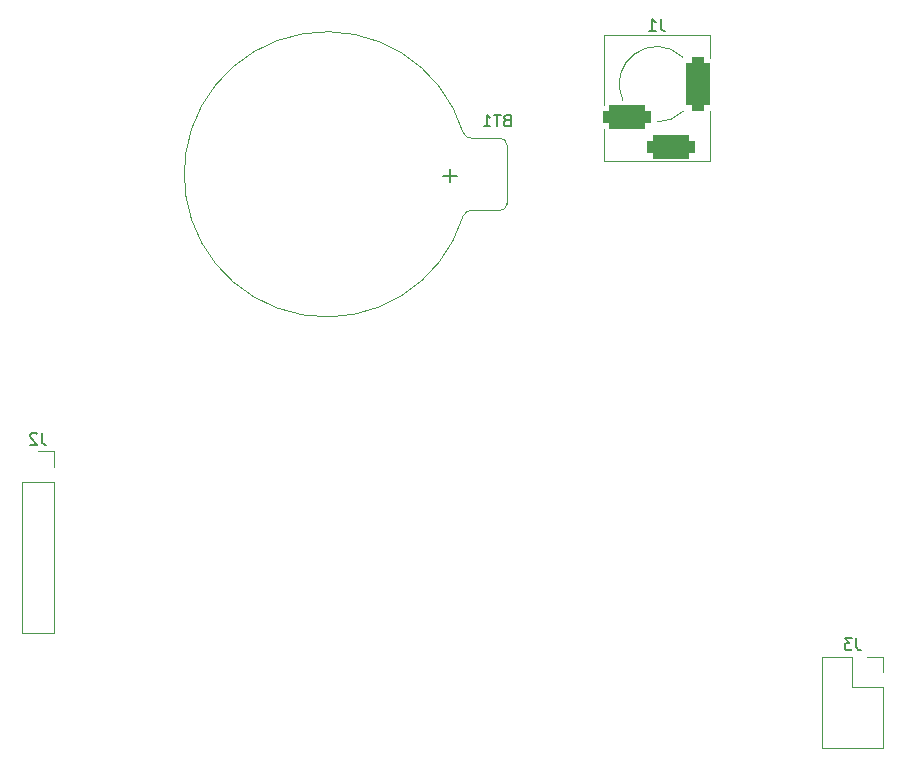
<source format=gbr>
%TF.GenerationSoftware,KiCad,Pcbnew,(6.0.5)*%
%TF.CreationDate,2022-07-23T15:35:45-04:00*%
%TF.ProjectId,circle_clock_design,63697263-6c65-45f6-936c-6f636b5f6465,rev?*%
%TF.SameCoordinates,PX56cacc8PY97b5f08*%
%TF.FileFunction,Legend,Bot*%
%TF.FilePolarity,Positive*%
%FSLAX46Y46*%
G04 Gerber Fmt 4.6, Leading zero omitted, Abs format (unit mm)*
G04 Created by KiCad (PCBNEW (6.0.5)) date 2022-07-23 15:35:45*
%MOMM*%
%LPD*%
G01*
G04 APERTURE LIST*
G04 Aperture macros list*
%AMRoundRect*
0 Rectangle with rounded corners*
0 $1 Rounding radius*
0 $2 $3 $4 $5 $6 $7 $8 $9 X,Y pos of 4 corners*
0 Add a 4 corners polygon primitive as box body*
4,1,4,$2,$3,$4,$5,$6,$7,$8,$9,$2,$3,0*
0 Add four circle primitives for the rounded corners*
1,1,$1+$1,$2,$3*
1,1,$1+$1,$4,$5*
1,1,$1+$1,$6,$7*
1,1,$1+$1,$8,$9*
0 Add four rect primitives between the rounded corners*
20,1,$1+$1,$2,$3,$4,$5,0*
20,1,$1+$1,$4,$5,$6,$7,0*
20,1,$1+$1,$6,$7,$8,$9,0*
20,1,$1+$1,$8,$9,$2,$3,0*%
G04 Aperture macros list end*
%ADD10C,0.150000*%
%ADD11C,0.120000*%
%ADD12R,1.700000X1.700000*%
%ADD13O,1.700000X1.700000*%
%ADD14C,3.200000*%
%ADD15C,2.000000*%
%ADD16R,1.600000X1.600000*%
%ADD17O,1.600000X1.600000*%
%ADD18RoundRect,0.500000X0.500000X-1.750000X0.500000X1.750000X-0.500000X1.750000X-0.500000X-1.750000X0*%
%ADD19RoundRect,0.500000X1.500000X0.500000X-1.500000X0.500000X-1.500000X-0.500000X1.500000X-0.500000X0*%
%ADD20R,1.400000X1.400000*%
%ADD21C,1.400000*%
%ADD22R,3.000000X3.000000*%
%ADD23C,3.000000*%
G04 APERTURE END LIST*
D10*
%TO.C,J3*%
X84331133Y53753820D02*
X84331133Y53039534D01*
X84378752Y52896677D01*
X84473990Y52801439D01*
X84616847Y52753820D01*
X84712085Y52753820D01*
X83950180Y53753820D02*
X83331133Y53753820D01*
X83664466Y53372867D01*
X83521609Y53372867D01*
X83426371Y53325248D01*
X83378752Y53277629D01*
X83331133Y53182391D01*
X83331133Y52944296D01*
X83378752Y52849058D01*
X83426371Y52801439D01*
X83521609Y52753820D01*
X83807323Y52753820D01*
X83902561Y52801439D01*
X83950180Y52849058D01*
%TO.C,J1*%
X67765133Y106207820D02*
X67765133Y105493534D01*
X67812752Y105350677D01*
X67907990Y105255439D01*
X68050847Y105207820D01*
X68146085Y105207820D01*
X66765133Y105207820D02*
X67336561Y105207820D01*
X67050847Y105207820D02*
X67050847Y106207820D01*
X67146085Y106064962D01*
X67241323Y105969724D01*
X67336561Y105922105D01*
%TO.C,BT1*%
X54721200Y97611612D02*
X54578343Y97563993D01*
X54530724Y97516374D01*
X54483105Y97421136D01*
X54483105Y97278279D01*
X54530724Y97183041D01*
X54578343Y97135422D01*
X54673581Y97087803D01*
X55054533Y97087803D01*
X55054533Y98087803D01*
X54721200Y98087803D01*
X54625962Y98040183D01*
X54578343Y97992564D01*
X54530724Y97897326D01*
X54530724Y97802088D01*
X54578343Y97706850D01*
X54625962Y97659231D01*
X54721200Y97611612D01*
X55054533Y97611612D01*
X54197390Y98087803D02*
X53625962Y98087803D01*
X53911676Y97087803D02*
X53911676Y98087803D01*
X52768819Y97087803D02*
X53340247Y97087803D01*
X53054533Y97087803D02*
X53054533Y98087803D01*
X53149771Y97944945D01*
X53245009Y97849707D01*
X53340247Y97802088D01*
X50506914Y92933041D02*
X49364057Y92933041D01*
X49935486Y92361612D02*
X49935486Y93504469D01*
%TO.C,J2*%
X15370133Y71152820D02*
X15370133Y70438534D01*
X15417752Y70295677D01*
X15512990Y70200439D01*
X15655847Y70152820D01*
X15751085Y70152820D01*
X14941561Y71057581D02*
X14893942Y71105200D01*
X14798704Y71152820D01*
X14560609Y71152820D01*
X14465371Y71105200D01*
X14417752Y71057581D01*
X14370133Y70962343D01*
X14370133Y70867105D01*
X14417752Y70724248D01*
X14989180Y70152820D01*
X14370133Y70152820D01*
D11*
%TO.C,J3*%
X86597800Y49606200D02*
X83997800Y49606200D01*
X86597800Y50876200D02*
X86597800Y52206200D01*
X86597800Y44466200D02*
X81397800Y44466200D01*
X81397800Y52206200D02*
X81397800Y44466200D01*
X86597800Y49606200D02*
X86597800Y44466200D01*
X86597800Y52206200D02*
X85267800Y52206200D01*
X83997800Y49606200D02*
X83997800Y52206200D01*
X83997800Y52206200D02*
X81397800Y52206200D01*
%TO.C,J1*%
X62931800Y94160200D02*
X62931800Y96910200D01*
X71931800Y94160200D02*
X62931800Y94160200D01*
X71931800Y104860200D02*
X71931800Y102910200D01*
X62931800Y104860200D02*
X62931800Y98910200D01*
X71931800Y94160200D02*
X71931800Y98410200D01*
X71931800Y104860200D02*
X62931800Y104860200D01*
X67431800Y97460200D02*
G75*
G03*
X69694542Y98397458I2J3199997D01*
G01*
X69631800Y102960200D02*
G75*
G03*
X64565555Y99276495I-2200000J-2300000D01*
G01*
%TO.C,BT1*%
X54735486Y95540183D02*
X54735486Y90540183D01*
X51735486Y96090183D02*
X54185486Y96090183D01*
X54185486Y89990183D02*
X51735486Y89990183D01*
X51735486Y89990183D02*
G75*
G03*
X51030717Y89496698I0J-750000D01*
G01*
X54735486Y95540183D02*
G75*
G03*
X54185486Y96090183I-549999J1D01*
G01*
X51035486Y96560183D02*
G75*
G03*
X27422043Y92524192I-11550000J-3520000D01*
G01*
X51030717Y96583668D02*
G75*
G03*
X51735486Y96090183I704769J256515D01*
G01*
X54185486Y89990183D02*
G75*
G03*
X54735486Y90540183I1J549999D01*
G01*
X27422043Y93556174D02*
G75*
G03*
X51035486Y89520183I12063443J-515991D01*
G01*
%TO.C,J2*%
X13706800Y67005200D02*
X13706800Y54245200D01*
X16366800Y54245200D02*
X13706800Y54245200D01*
X16366800Y67005200D02*
X13706800Y67005200D01*
X16366800Y67005200D02*
X16366800Y54245200D01*
X16366800Y69605200D02*
X15036800Y69605200D01*
X16366800Y68275200D02*
X16366800Y69605200D01*
%TD*%
%LPC*%
D12*
%TO.C,J3*%
X85267800Y50876200D03*
D13*
X82727800Y50876200D03*
X85267800Y48336200D03*
X82727800Y48336200D03*
X85267800Y45796200D03*
X82727800Y45796200D03*
%TD*%
D14*
%TO.C,H4*%
X4491800Y59080200D03*
%TD*%
D15*
%TO.C,TP14*%
X64389000Y28930600D03*
%TD*%
%TO.C,TP36*%
X92608400Y21310600D03*
%TD*%
D16*
%TO.C,U4*%
X80695800Y93792200D03*
D17*
X80695800Y91252200D03*
X80695800Y88712200D03*
X80695800Y86172200D03*
X88315800Y86172200D03*
X88315800Y88712200D03*
X88315800Y91252200D03*
X88315800Y93792200D03*
%TD*%
D16*
%TO.C,U3*%
X42351800Y40980200D03*
D17*
X44891800Y40980200D03*
X47431800Y40980200D03*
X49971800Y40980200D03*
X52511800Y40980200D03*
X55051800Y40980200D03*
X57591800Y40980200D03*
X60131800Y40980200D03*
X62671800Y40980200D03*
X65211800Y40980200D03*
X67751800Y40980200D03*
X70291800Y40980200D03*
X72831800Y40980200D03*
X75371800Y40980200D03*
X75371800Y48600200D03*
X72831800Y48600200D03*
X70291800Y48600200D03*
X67751800Y48600200D03*
X65211800Y48600200D03*
X62671800Y48600200D03*
X60131800Y48600200D03*
X57591800Y48600200D03*
X55051800Y48600200D03*
X52511800Y48600200D03*
X49971800Y48600200D03*
X47431800Y48600200D03*
X44891800Y48600200D03*
X42351800Y48600200D03*
%TD*%
D15*
%TO.C,TP15*%
X100990400Y37236400D03*
%TD*%
%TO.C,TP21*%
X27330400Y42341800D03*
%TD*%
%TO.C,TP20*%
X31369000Y49555400D03*
%TD*%
%TO.C,TP10*%
X43637200Y13208000D03*
%TD*%
%TO.C,TP8*%
X45974000Y27940000D03*
%TD*%
D14*
%TO.C,H2*%
X113491800Y59080200D03*
%TD*%
%TO.C,H3*%
X58991800Y4580200D03*
%TD*%
D18*
%TO.C,J1*%
X70931800Y100660200D03*
D19*
X68631800Y95360200D03*
X64931800Y97860200D03*
%TD*%
D15*
%TO.C,TP2*%
X106172000Y57531000D03*
%TD*%
D14*
%TO.C,H1*%
X58991800Y113580200D03*
%TD*%
D15*
%TO.C,TP6*%
X87045800Y98069400D03*
%TD*%
%TO.C,TP24*%
X52832000Y103454200D03*
%TD*%
%TO.C,TP34*%
X30734000Y71882000D03*
%TD*%
D20*
%TO.C,DS1*%
X51231800Y60020200D03*
D21*
X53771800Y60020200D03*
X56311800Y60020200D03*
X58851800Y60020200D03*
X61391800Y60020200D03*
X63931800Y60020200D03*
X66471800Y60020200D03*
X66471800Y75260200D03*
X63931800Y75260200D03*
X61391800Y75260200D03*
X58851800Y75260200D03*
X56311800Y75260200D03*
X53771800Y75260200D03*
X51231800Y75260200D03*
%TD*%
D15*
%TO.C,TP5*%
X59486800Y104597200D03*
%TD*%
D16*
%TO.C,U1*%
X99999800Y50617200D03*
D17*
X99999800Y53157200D03*
X99999800Y55697200D03*
X99999800Y58237200D03*
X99999800Y60777200D03*
X99999800Y63317200D03*
X99999800Y65857200D03*
X99999800Y68397200D03*
X99999800Y70937200D03*
X99999800Y73477200D03*
X99999800Y76017200D03*
X99999800Y78557200D03*
X92379800Y78557200D03*
X92379800Y76017200D03*
X92379800Y73477200D03*
X92379800Y70937200D03*
X92379800Y68397200D03*
X92379800Y65857200D03*
X92379800Y63317200D03*
X92379800Y60777200D03*
X92379800Y58237200D03*
X92379800Y55697200D03*
X92379800Y53157200D03*
X92379800Y50617200D03*
%TD*%
D15*
%TO.C,TP25*%
X50063400Y55651400D03*
%TD*%
%TO.C,TP33*%
X46228000Y80060800D03*
%TD*%
D22*
%TO.C,BT1*%
X52685486Y93040183D03*
D23*
X32195486Y93040183D03*
%TD*%
D12*
%TO.C,J2*%
X15036800Y68275200D03*
D13*
X15036800Y65735200D03*
X15036800Y63195200D03*
X15036800Y60655200D03*
X15036800Y58115200D03*
X15036800Y55575200D03*
%TD*%
M02*

</source>
